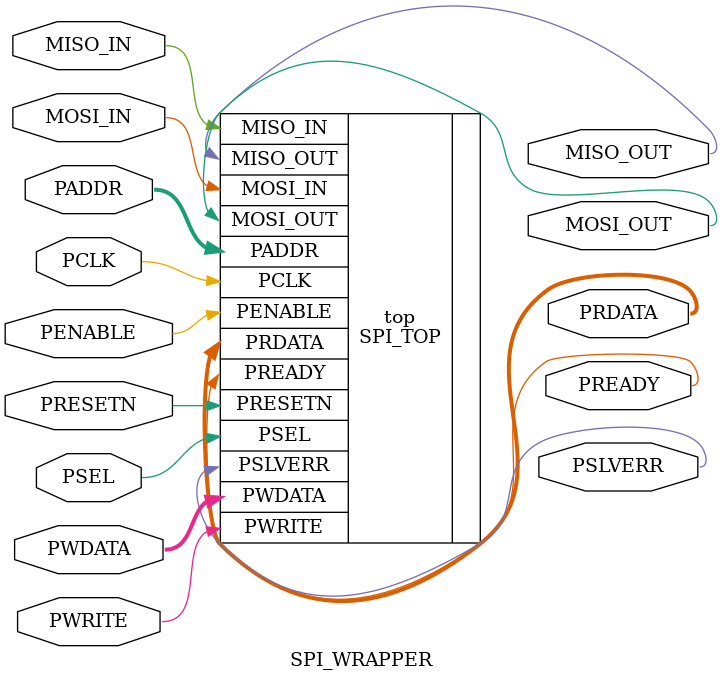
<source format=v>
`include "SPI_TOP.v"
module SPI_WRAPPER(
  input	           PCLK,
  input	           PRESETN,
  input            PENABLE,
  input [31:0]     PADDR,
  input            PSEL,
  input [31:0]     PWDATA,
  input	           PWRITE,
  input	           MISO_IN,
  input            MOSI_IN,
  output [31:0]    PRDATA,
  output           PREADY,
  output           PSLVERR,
  output           MISO_OUT,
  output           MOSI_OUT
  );
  
  SPI_TOP top(
    .PCLK(PCLK),
    .PRESETN(PRESETN),
    .PENABLE(PENABLE),
    .PADDR(PADDR),
    .PSEL(PSEL),
    .PWDATA(PWDATA),
    .PWRITE(PWRITE),
    .MISO_IN(MISO_IN),
    .MOSI_IN(MOSI_IN),
    .PRDATA(PRDATA),
    .PREADY(PREADY),
    .PSLVERR(PSLVERR),
    .MISO_OUT(MISO_OUT),
    .MOSI_OUT(MOSI_OUT)
  );
  
endmodule

</source>
